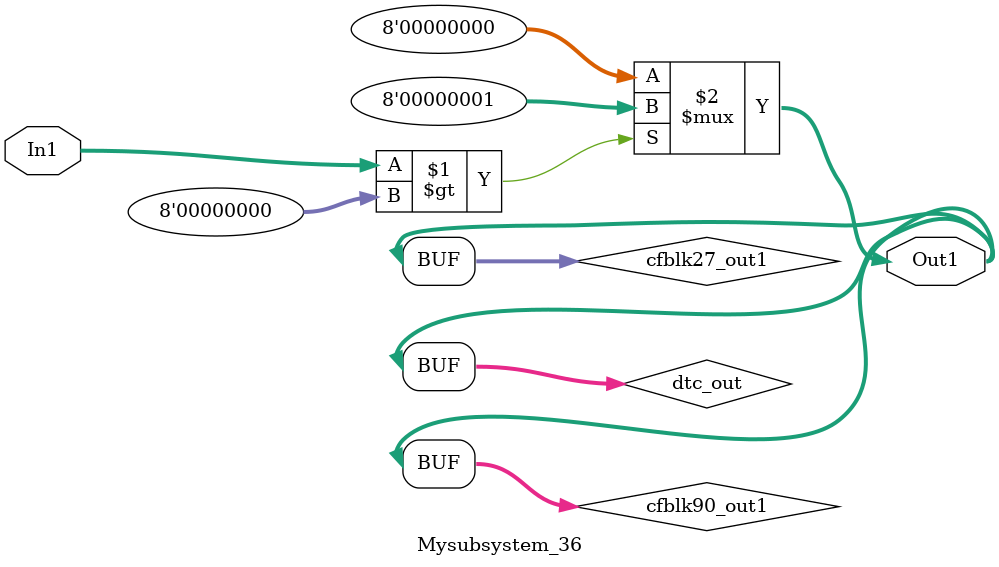
<source format=v>



`timescale 1 ns / 1 ns

module Mysubsystem_36
          (In1,
           Out1);


  input   [7:0] In1;  // uint8
  output  [7:0] Out1;  // uint8


  wire [7:0] cfblk90_out1;  // uint8
  wire [7:0] dtc_out;  // ufix8
  wire [7:0] cfblk27_out1;  // uint8


  assign cfblk90_out1 = (In1 > 8'b00000000 ? 8'b00000001 :
              8'b00000000);



  assign dtc_out = cfblk90_out1;



  assign cfblk27_out1 = dtc_out;



  assign Out1 = cfblk27_out1;

endmodule  // Mysubsystem_36


</source>
